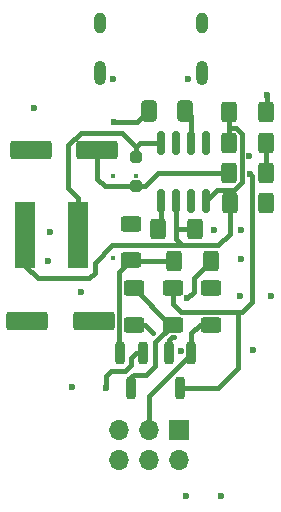
<source format=gbr>
%TF.GenerationSoftware,KiCad,Pcbnew,8.0.0*%
%TF.CreationDate,2026-01-20T23:42:33+05:30*%
%TF.ProjectId,PICKit_Clone_KiCAD,5049434b-6974-45f4-936c-6f6e655f4b69,1.0*%
%TF.SameCoordinates,Original*%
%TF.FileFunction,Copper,L4,Bot*%
%TF.FilePolarity,Positive*%
%FSLAX46Y46*%
G04 Gerber Fmt 4.6, Leading zero omitted, Abs format (unit mm)*
G04 Created by KiCad (PCBNEW 8.0.0) date 2026-01-20 23:42:33*
%MOMM*%
%LPD*%
G01*
G04 APERTURE LIST*
G04 Aperture macros list*
%AMRoundRect*
0 Rectangle with rounded corners*
0 $1 Rounding radius*
0 $2 $3 $4 $5 $6 $7 $8 $9 X,Y pos of 4 corners*
0 Add a 4 corners polygon primitive as box body*
4,1,4,$2,$3,$4,$5,$6,$7,$8,$9,$2,$3,0*
0 Add four circle primitives for the rounded corners*
1,1,$1+$1,$2,$3*
1,1,$1+$1,$4,$5*
1,1,$1+$1,$6,$7*
1,1,$1+$1,$8,$9*
0 Add four rect primitives between the rounded corners*
20,1,$1+$1,$2,$3,$4,$5,0*
20,1,$1+$1,$4,$5,$6,$7,0*
20,1,$1+$1,$6,$7,$8,$9,0*
20,1,$1+$1,$8,$9,$2,$3,0*%
G04 Aperture macros list end*
%TA.AperFunction,ComponentPad*%
%ADD10O,1.000000X1.800000*%
%TD*%
%TA.AperFunction,ComponentPad*%
%ADD11O,1.000000X2.100000*%
%TD*%
%TA.AperFunction,ComponentPad*%
%ADD12R,1.700000X1.700000*%
%TD*%
%TA.AperFunction,ComponentPad*%
%ADD13O,1.700000X1.700000*%
%TD*%
%TA.AperFunction,SMDPad,CuDef*%
%ADD14RoundRect,0.250000X0.400000X0.625000X-0.400000X0.625000X-0.400000X-0.625000X0.400000X-0.625000X0*%
%TD*%
%TA.AperFunction,SMDPad,CuDef*%
%ADD15RoundRect,0.250000X-0.625000X0.400000X-0.625000X-0.400000X0.625000X-0.400000X0.625000X0.400000X0*%
%TD*%
%TA.AperFunction,SMDPad,CuDef*%
%ADD16RoundRect,0.250000X0.412500X0.650000X-0.412500X0.650000X-0.412500X-0.650000X0.412500X-0.650000X0*%
%TD*%
%TA.AperFunction,SMDPad,CuDef*%
%ADD17RoundRect,0.250000X-0.400000X-0.625000X0.400000X-0.625000X0.400000X0.625000X-0.400000X0.625000X0*%
%TD*%
%TA.AperFunction,SMDPad,CuDef*%
%ADD18RoundRect,0.200000X-0.200000X0.750000X-0.200000X-0.750000X0.200000X-0.750000X0.200000X0.750000X0*%
%TD*%
%TA.AperFunction,SMDPad,CuDef*%
%ADD19R,1.700000X5.700000*%
%TD*%
%TA.AperFunction,SMDPad,CuDef*%
%ADD20RoundRect,0.150000X-0.150000X0.825000X-0.150000X-0.825000X0.150000X-0.825000X0.150000X0.825000X0*%
%TD*%
%TA.AperFunction,SMDPad,CuDef*%
%ADD21RoundRect,0.250000X0.625000X-0.400000X0.625000X0.400000X-0.625000X0.400000X-0.625000X-0.400000X0*%
%TD*%
%TA.AperFunction,SMDPad,CuDef*%
%ADD22RoundRect,0.250000X1.500000X0.550000X-1.500000X0.550000X-1.500000X-0.550000X1.500000X-0.550000X0*%
%TD*%
%TA.AperFunction,SMDPad,CuDef*%
%ADD23RoundRect,0.250000X0.250000X-0.250000X0.250000X0.250000X-0.250000X0.250000X-0.250000X-0.250000X0*%
%TD*%
%TA.AperFunction,ViaPad*%
%ADD24C,0.600000*%
%TD*%
%TA.AperFunction,ViaPad*%
%ADD25C,0.400000*%
%TD*%
%TA.AperFunction,Conductor*%
%ADD26C,0.400000*%
%TD*%
%TA.AperFunction,Conductor*%
%ADD27C,0.200000*%
%TD*%
G04 APERTURE END LIST*
D10*
%TO.P,J1,S1,SHIELD*%
%TO.N,GND*%
X150320001Y-71425000D03*
D11*
X150320000Y-75625000D03*
X141680000Y-75625000D03*
D10*
X141680000Y-71425000D03*
%TD*%
D12*
%TO.P,J2,1,Pin_1*%
%TO.N,/PGD*%
X148425000Y-105855000D03*
D13*
%TO.P,J2,2,Pin_2*%
%TO.N,/PGC*%
X148424997Y-108395002D03*
%TO.P,J2,3,Pin_3*%
%TO.N,/MCLR*%
X145884998Y-105854997D03*
%TO.P,J2,4,Pin_4*%
%TO.N,/VIN*%
X145885000Y-108395000D03*
%TO.P,J2,5,Pin_5*%
%TO.N,GND*%
X143345000Y-105855000D03*
%TO.P,J2,6,Pin_6*%
%TO.N,/5V*%
X143345000Y-108395001D03*
%TD*%
D14*
%TO.P,R9,1*%
%TO.N,/MCLR_SIG*%
X151080000Y-91550000D03*
%TO.P,R9,2*%
%TO.N,Net-(Q1-B)*%
X147980000Y-91550000D03*
%TD*%
D15*
%TO.P,R12,1*%
%TO.N,/12V*%
X147860000Y-93880000D03*
%TO.P,R12,2*%
%TO.N,Net-(Q1-C)*%
X147860000Y-96980000D03*
%TD*%
D16*
%TO.P,C3,1*%
%TO.N,Net-(U2-TC)*%
X148952501Y-78840004D03*
%TO.P,C3,2*%
%TO.N,GND*%
X145827499Y-78839996D03*
%TD*%
D17*
%TO.P,R5,1*%
%TO.N,Net-(U2-DC)*%
X146670000Y-88900000D03*
%TO.P,R5,2*%
%TO.N,Net-(U2-Ipk)*%
X149770000Y-88900000D03*
%TD*%
D18*
%TO.P,Q2,1,G*%
%TO.N,Net-(Q2-G)*%
X147560000Y-99350000D03*
%TO.P,Q2,2,S*%
%TO.N,/MCLR*%
X149459999Y-99350001D03*
%TO.P,Q2,3,D*%
%TO.N,/12V*%
X148510000Y-102350000D03*
%TD*%
D19*
%TO.P,L1,1,1*%
%TO.N,Net-(D4-A)*%
X139880000Y-89360000D03*
%TO.P,L1,2,2*%
%TO.N,Net-(U2-Ipk)*%
X135380000Y-89360000D03*
%TD*%
D18*
%TO.P,Q1,1,B*%
%TO.N,Net-(Q1-B)*%
X143422501Y-99360000D03*
%TO.P,Q1,2,E*%
%TO.N,GND*%
X145322501Y-99360000D03*
%TO.P,Q1,3,C*%
%TO.N,Net-(Q1-C)*%
X144372501Y-102360000D03*
%TD*%
D20*
%TO.P,U2,1,SwC*%
%TO.N,Net-(D4-A)*%
X146845000Y-81585000D03*
%TO.P,U2,2,SwE*%
%TO.N,GND*%
X148115000Y-81585000D03*
%TO.P,U2,3,TC*%
%TO.N,Net-(U2-TC)*%
X149385000Y-81585000D03*
%TO.P,U2,4,GND*%
%TO.N,GND*%
X150655001Y-81585001D03*
%TO.P,U2,5,Vfb*%
%TO.N,Net-(U2-Vfb)*%
X150655000Y-86535000D03*
%TO.P,U2,6,Vin*%
%TO.N,/5V*%
X149385000Y-86535000D03*
%TO.P,U2,7,Ipk*%
%TO.N,Net-(U2-Ipk)*%
X148115000Y-86535000D03*
%TO.P,U2,8,DC*%
%TO.N,Net-(U2-DC)*%
X146844999Y-86534999D03*
%TD*%
D21*
%TO.P,R13,1*%
%TO.N,/MCLR*%
X151150000Y-96980001D03*
%TO.P,R13,2*%
%TO.N,GND*%
X151150000Y-93880001D03*
%TD*%
D14*
%TO.P,R1,1*%
%TO.N,GND*%
X155770000Y-78950001D03*
%TO.P,R1,2*%
%TO.N,Net-(U2-Vfb)*%
X152670000Y-78950001D03*
%TD*%
D22*
%TO.P,C2,1*%
%TO.N,/5V*%
X141170000Y-96660000D03*
%TO.P,C2,2*%
%TO.N,GND*%
X135570000Y-96660000D03*
%TD*%
D15*
%TO.P,R11,1*%
%TO.N,Net-(Q1-C)*%
X144570000Y-93879999D03*
%TO.P,R11,2*%
%TO.N,Net-(Q2-G)*%
X144570000Y-96979999D03*
%TD*%
D21*
%TO.P,R10,1*%
%TO.N,Net-(Q1-B)*%
X144310000Y-91530000D03*
%TO.P,R10,2*%
%TO.N,GND*%
X144310000Y-88430000D03*
%TD*%
D23*
%TO.P,D4,1,K*%
%TO.N,/12V*%
X144790000Y-85260000D03*
%TO.P,D4,2,A*%
%TO.N,Net-(D4-A)*%
X144790000Y-82760000D03*
%TD*%
D17*
%TO.P,R2,1*%
%TO.N,Net-(U2-Vfb)*%
X152670000Y-81550000D03*
%TO.P,R2,2*%
%TO.N,Net-(R2-Pad2)*%
X155770000Y-81550000D03*
%TD*%
D22*
%TO.P,C1,1*%
%TO.N,/12V*%
X141490000Y-82150000D03*
%TO.P,C1,2*%
%TO.N,GND*%
X135890000Y-82150000D03*
%TD*%
D17*
%TO.P,R4,1*%
%TO.N,Net-(U2-Ipk)*%
X152690000Y-86710000D03*
%TO.P,R4,2*%
%TO.N,/5V*%
X155790000Y-86710000D03*
%TD*%
D14*
%TO.P,R3,1*%
%TO.N,Net-(R2-Pad2)*%
X155770000Y-84130001D03*
%TO.P,R3,2*%
%TO.N,/12V*%
X152670000Y-84130001D03*
%TD*%
D24*
%TO.N,GND*%
X137520000Y-89110000D03*
X137330000Y-91580000D03*
X140120000Y-94190000D03*
X152000000Y-111500000D03*
%TO.N,/5V*%
X149000000Y-111500000D03*
%TO.N,GND*%
X148600000Y-99220000D03*
X136170000Y-78610000D03*
X136677497Y-96709998D03*
X142250000Y-102340000D03*
X154670000Y-99150000D03*
X153590000Y-94540000D03*
X142800000Y-76180000D03*
X142900000Y-79780000D03*
X155830000Y-77500000D03*
X148110000Y-81520000D03*
X151340000Y-88989999D03*
X150660000Y-81520000D03*
X135630000Y-82170000D03*
X151170000Y-93910000D03*
D25*
X142794999Y-84359999D03*
D24*
X156230000Y-94530000D03*
X149200000Y-76210000D03*
X144300000Y-88490000D03*
%TO.N,/MCLR_SIG*%
X149090000Y-94720000D03*
%TO.N,/5V*%
X139320000Y-102260000D03*
X154360000Y-82710000D03*
X155510000Y-86700000D03*
X149390000Y-86560000D03*
D25*
X144740000Y-84370000D03*
D24*
X153620000Y-91420000D03*
X153640000Y-88990000D03*
D25*
X142795001Y-91360000D03*
D24*
X141150000Y-96670000D03*
%TO.N,/12V*%
X152760000Y-84200000D03*
X154460000Y-84190000D03*
D25*
%TO.N,Net-(Q2-G)*%
X146190000Y-97670000D03*
X147990000Y-98030000D03*
%TD*%
D26*
%TO.N,/12V*%
X154620000Y-84350000D02*
X154460000Y-84190000D01*
X153410000Y-95910000D02*
X153760000Y-95910000D01*
X154620000Y-95050000D02*
X154620000Y-84350000D01*
X153760000Y-95910000D02*
X154620000Y-95050000D01*
%TO.N,Net-(R2-Pad2)*%
X155770000Y-84130001D02*
X155770000Y-81550000D01*
%TO.N,Net-(U2-Vfb)*%
X153750000Y-80800000D02*
X153750000Y-84859744D01*
X153750000Y-84859744D02*
X153074745Y-85535000D01*
X152670000Y-80300000D02*
X152670000Y-78950001D01*
X153250000Y-80300000D02*
X153750000Y-80800000D01*
X152670000Y-80300000D02*
X153250000Y-80300000D01*
X151655000Y-85535000D02*
X150655000Y-86535000D01*
X152670000Y-81550000D02*
X152670000Y-80300000D01*
X153074745Y-85535000D02*
X151655000Y-85535000D01*
%TO.N,GND*%
X142650000Y-100920000D02*
X143800000Y-100920000D01*
X144370000Y-99758000D02*
X144768000Y-99360000D01*
X144768000Y-99360000D02*
X145322501Y-99360000D01*
X142250000Y-102340000D02*
X142250000Y-101320000D01*
X144370000Y-100350000D02*
X144370000Y-99758000D01*
X142900000Y-79780000D02*
X144887495Y-79780000D01*
X144887495Y-79780000D02*
X145827499Y-78839996D01*
X143800000Y-100920000D02*
X144370000Y-100350000D01*
X142250000Y-101320000D02*
X142650000Y-100920000D01*
X155830000Y-78890001D02*
X155770000Y-78950001D01*
X155830000Y-77500000D02*
X155830000Y-78890001D01*
%TO.N,Net-(Q1-B)*%
X147980000Y-91550000D02*
X144290000Y-91550000D01*
D27*
X147980000Y-91550000D02*
X144330000Y-91550000D01*
D26*
X143340000Y-92500000D02*
X143340000Y-99277499D01*
X143340000Y-99277499D02*
X143422501Y-99360000D01*
X144290000Y-91550000D02*
X143340000Y-92500000D01*
D27*
X144330000Y-91550000D02*
X144310000Y-91530000D01*
D26*
%TO.N,/MCLR_SIG*%
X149640000Y-94170000D02*
X149640000Y-92990000D01*
X149640000Y-92990000D02*
X151080000Y-91550000D01*
X149090000Y-94720000D02*
X149640000Y-94170000D01*
%TO.N,Net-(U2-DC)*%
X146844999Y-88915001D02*
X146670000Y-89090000D01*
X146844999Y-86534999D02*
X146844999Y-88915001D01*
%TO.N,Net-(U2-Ipk)*%
X148115000Y-89735000D02*
X148115000Y-89020000D01*
X148115000Y-89020000D02*
X148115000Y-88800000D01*
X135380000Y-91980000D02*
X136450000Y-93050000D01*
X149770000Y-88900000D02*
X148235000Y-88900000D01*
X135380000Y-89360000D02*
X135380000Y-91980000D01*
X152690000Y-89280000D02*
X151720000Y-90250000D01*
X151720000Y-90250000D02*
X148630000Y-90250000D01*
X140800000Y-93050000D02*
X141290000Y-92560000D01*
X148630000Y-90250000D02*
X148115000Y-89735000D01*
X152690000Y-86710000D02*
X152690000Y-89280000D01*
X148235000Y-88900000D02*
X148115000Y-89020000D01*
X141290000Y-92560000D02*
X141290000Y-91740000D01*
X136450000Y-93050000D02*
X140800000Y-93050000D01*
X141290000Y-91740000D02*
X142765000Y-90265000D01*
X142765000Y-90265000D02*
X148615000Y-90265000D01*
X148115000Y-88800000D02*
X148115000Y-86535000D01*
X148615000Y-90265000D02*
X148630000Y-90250000D01*
%TO.N,/12V*%
X147860000Y-93880000D02*
X147860000Y-95220000D01*
D27*
X152739999Y-84130001D02*
X152670000Y-84130001D01*
D26*
X144790000Y-85260000D02*
X145490000Y-85260000D01*
X142140000Y-85260000D02*
X141490000Y-84610000D01*
D27*
X152760000Y-84200000D02*
X152739999Y-84130001D01*
D26*
X152600001Y-84130001D02*
X152760000Y-84200000D01*
X153410000Y-100630000D02*
X151690000Y-102350000D01*
X144790000Y-85260000D02*
X142140000Y-85260000D01*
X141490000Y-84610000D02*
X141490000Y-82150000D01*
X151690000Y-102350000D02*
X148510000Y-102350000D01*
X153410000Y-95910000D02*
X153410000Y-100630000D01*
X148550000Y-95910000D02*
X153410000Y-95910000D01*
X146619999Y-84130001D02*
X152600001Y-84130001D01*
X147860000Y-95220000D02*
X148550000Y-95910000D01*
X145490000Y-85260000D02*
X146619999Y-84130001D01*
%TO.N,Net-(Q2-G)*%
X144570000Y-96979999D02*
X145499999Y-96979999D01*
X147830000Y-98030000D02*
X147560000Y-98300000D01*
X147990000Y-98030000D02*
X147830000Y-98030000D01*
X147560000Y-98300000D02*
X147560000Y-99350000D01*
X145499999Y-96979999D02*
X146190000Y-97670000D01*
%TO.N,Net-(Q1-C)*%
X147860000Y-96980000D02*
X147670001Y-96980000D01*
X147670001Y-96980000D02*
X144570000Y-93879999D01*
X146360000Y-98480000D02*
X147860000Y-96980000D01*
X144372501Y-101417499D02*
X144580000Y-101210000D01*
X144580000Y-101210000D02*
X145580000Y-101210000D01*
X146360000Y-100430000D02*
X146360000Y-98480000D01*
X144372501Y-102360000D02*
X144372501Y-101417499D01*
X145580000Y-101210000D02*
X146360000Y-100430000D01*
%TO.N,/MCLR*%
X149459999Y-99470001D02*
X145884998Y-103045002D01*
X149459999Y-99350001D02*
X149459999Y-99470001D01*
X149459999Y-97690001D02*
X150169999Y-96980001D01*
X145884998Y-103045002D02*
X145884998Y-105854997D01*
X150169999Y-96980001D02*
X151150000Y-96980001D01*
X149459999Y-99350001D02*
X149459999Y-97690001D01*
%TO.N,Net-(U2-TC)*%
X149385000Y-81585000D02*
X149385000Y-79272503D01*
X149385000Y-79272503D02*
X148952501Y-78840004D01*
%TO.N,Net-(D4-A)*%
X144790000Y-81910000D02*
X144790000Y-82760000D01*
X144790000Y-81910000D02*
X143610000Y-80730000D01*
X140075256Y-80730000D02*
X139030000Y-81775256D01*
X146845000Y-81585000D02*
X145115000Y-81585000D01*
X143610000Y-80730000D02*
X140075256Y-80730000D01*
X139030000Y-81775256D02*
X139030000Y-85390000D01*
X139030000Y-85390000D02*
X139880000Y-86240000D01*
X139880000Y-86240000D02*
X139880000Y-89360000D01*
X145115000Y-81585000D02*
X144790000Y-81910000D01*
%TD*%
M02*

</source>
